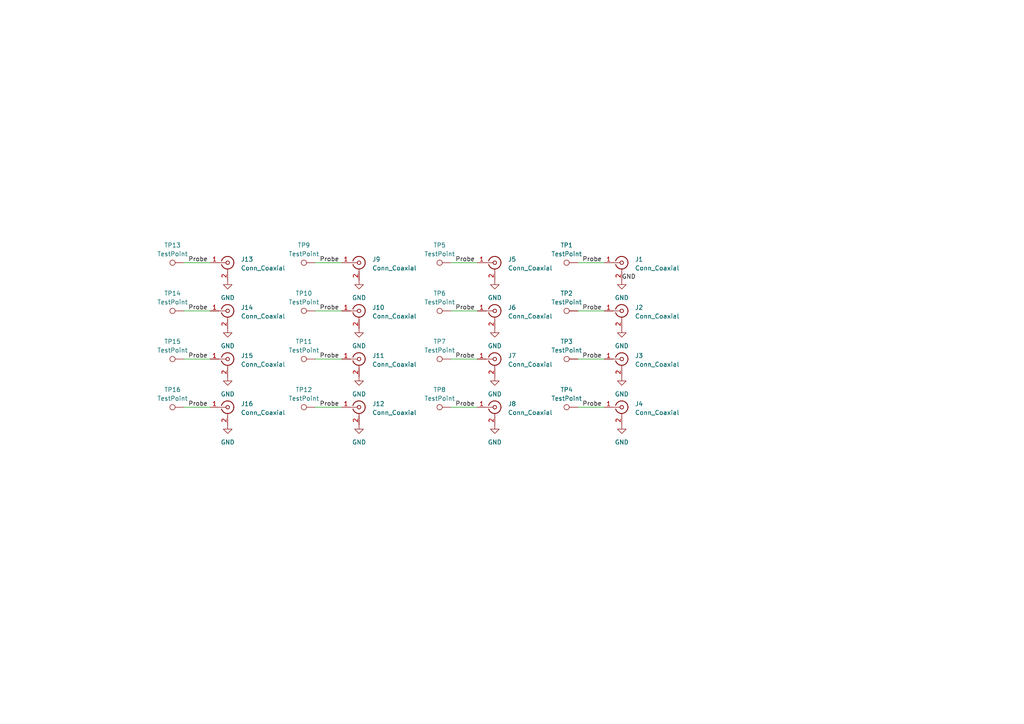
<source format=kicad_sch>
(kicad_sch (version 20230121) (generator eeschema)
  (paper "A4")
  (lib_symbols
    (symbol "Connector:Conn_Coaxial" (pin_names (offset 1.016) hide)
      (property "Reference" "J" (at 0.254 3.048 0))
      (property "Value" "Conn_Coaxial" (at 2.921 0 90))
      (symbol "Conn_Coaxial_0_1"
        (arc (start -1.778 -0.508) (mid 0.2311 -1.8066) (end 1.778 0) (stroke (width 0.254)))
        (polyline (pts (xy -2.54 0) (xy -0.508 0)))
        (polyline (pts (xy 0 -2.54) (xy 0 -1.778)))
        (circle (center 0 0) (radius 0.508) (stroke (width 0.2032)))
        (arc (start 1.778 0) (mid 0.2099 1.8101) (end -1.778 0.508) (stroke (width 0.254)))
      )
      (symbol "Conn_Coaxial_1_1"
        (pin passive line (at -5.08 0 0) (length 2.54) (name "In") (number "1"))
        (pin passive line (at 0 -5.08 90) (length 2.54) (name "Ext") (number "2"))
      )
    )
    (symbol "Connector:TestPoint" (pin_numbers hide) (pin_names (offset 0.762) hide)
      (property "Reference" "TP" (at 0 6.858 0))
      (property "Value" "TestPoint" (at 0 5.08 0))
      (symbol "TestPoint_0_1"
        (circle (center 0 3.302) (radius 0.762))
      )
      (symbol "TestPoint_1_1"
        (pin passive line (at 0 0 90) (length 2.54) (name "1") (number "1"))
      )
    )
    (symbol "power:GND" (power) (pin_names (offset 0))
      (property "Value" "GND" (at 0 -3.81 0))
      (symbol "GND_0_1"
        (polyline (pts (xy 0 0) (xy 0 -1.27) (xy 1.27 -1.27) (xy 0 -2.54) (xy -1.27 -1.27) (xy 0 -1.27)))
      )
      (symbol "GND_1_1"
        (pin power_in line (at 0 0 270) (length 0) hide (name "GND") (number "1"))
      )
    )
  )
  (wire (pts (xy 130.81 90.17) (xy 138.43 90.17)))
  (wire (pts (xy 53.34 90.17) (xy 60.96 90.17)))
  (wire (pts (xy 167.64 118.11) (xy 175.26 118.11)))
  (wire (pts (xy 53.34 118.11) (xy 60.96 118.11)))
  (wire (pts (xy 167.64 104.14) (xy 175.26 104.14)))
  (wire (pts (xy 167.64 76.2) (xy 175.26 76.2)))
  (wire (pts (xy 91.44 90.17) (xy 99.06 90.17)))
  (wire (pts (xy 91.44 104.14) (xy 99.06 104.14)))
  (wire (pts (xy 91.44 118.11) (xy 99.06 118.11)))
  (wire (pts (xy 53.34 104.14) (xy 60.96 104.14)))
  (wire (pts (xy 53.34 76.2) (xy 60.96 76.2)))
  (wire (pts (xy 130.81 76.2) (xy 138.43 76.2)))
  (wire (pts (xy 130.81 118.11) (xy 138.43 118.11)))
  (wire (pts (xy 130.81 104.14) (xy 138.43 104.14)))
  (wire (pts (xy 91.44 76.2) (xy 99.06 76.2)))
  (wire (pts (xy 167.64 90.17) (xy 175.26 90.17)))
  (label "Probe" (at 92.71 76.2 0))
  (label "Probe" (at 54.61 104.14 0))
  (label "Probe" (at 132.08 118.11 0))
  (label "Probe" (at 92.71 104.14 0))
  (label "GND" (at 180.34 81.28 0))
  (label "Probe" (at 54.61 90.17 0))
  (label "Probe" (at 168.91 118.11 0))
  (label "Probe" (at 54.61 76.2 0))
  (label "Probe" (at 92.71 118.11 0))
  (label "Probe" (at 168.91 90.17 0))
  (label "Probe" (at 132.08 104.14 0))
  (label "Probe" (at 132.08 90.17 0))
  (label "Probe" (at 168.91 104.14 0))
  (label "Probe" (at 54.61 118.11 0))
  (label "Probe" (at 92.71 90.17 0))
  (label "Probe" (at 132.08 76.2 0))
  (label "Probe" (at 168.91 76.2 0))
  (symbol (lib_id "Connector:TestPoint") (at 167.64 90.17 90) (unit 1)
    (property "Reference" "TP2" (at 164.338 85.09 90))
    (property "Value" "TestPoint" (at 164.338 87.63 90))
  )
  (symbol (lib_id "power:GND") (at 66.04 109.22 0) (unit 1)
    (property "Reference" "#PWR015" (effects hide))
    (property "Value" "GND" (at 66.04 114.3 0))
  )
  (symbol (lib_id "Connector:TestPoint") (at 130.81 90.17 90) (unit 1)
    (property "Reference" "TP6" (at 127.508 85.09 90))
    (property "Value" "TestPoint" (at 127.508 87.63 90))
  )
  (symbol (lib_id "Connector:TestPoint") (at 53.34 118.11 90) (unit 1)
    (property "Reference" "TP16" (at 50.038 113.03 90))
    (property "Value" "TestPoint" (at 50.038 115.57 90))
  )
  (symbol (lib_id "power:GND") (at 180.34 95.25 0) (unit 1)
    (property "Reference" "#PWR02" (effects hide))
    (property "Value" "GND" (at 180.34 100.33 0))
  )
  (symbol (lib_id "power:GND") (at 143.51 95.25 0) (unit 1)
    (property "Reference" "#PWR06" (effects hide))
    (property "Value" "GND" (at 143.51 100.33 0))
  )
  (symbol (lib_id "Connector:TestPoint") (at 167.64 104.14 90) (unit 1)
    (property "Reference" "TP3" (at 164.338 99.06 90))
    (property "Value" "TestPoint" (at 164.338 101.6 90))
  )
  (symbol (lib_id "Connector:Conn_Coaxial") (at 104.14 118.11 0) (unit 1)
    (property "Reference" "J12" (at 107.95 117.1332 0) (effects (justify left)))
    (property "Value" "Conn_Coaxial" (at 107.95 119.6732 0) (effects (justify left)))
    (property "Footprint" "Connector_Coaxial:SMA_Molex_73251-1153_EdgeMount_Horizontal" (effects hide))
    (property "Datasheet" " ~" (effects hide))
  )
  (symbol (lib_id "power:GND") (at 143.51 81.28 0) (unit 1)
    (property "Reference" "#PWR05" (effects hide))
    (property "Value" "GND" (at 143.51 86.36 0))
  )
  (symbol (lib_id "Connector:TestPoint") (at 53.34 90.17 90) (unit 1)
    (property "Reference" "TP14" (at 50.038 85.09 90))
    (property "Value" "TestPoint" (at 50.038 87.63 90))
  )
  (symbol (lib_id "power:GND") (at 143.51 109.22 0) (unit 1)
    (property "Reference" "#PWR07" (effects hide))
    (property "Value" "GND" (at 143.51 114.3 0))
  )
  (symbol (lib_id "Connector:Conn_Coaxial") (at 104.14 76.2 0) (unit 1)
    (property "Reference" "J9" (at 107.95 75.2232 0) (effects (justify left)))
    (property "Value" "Conn_Coaxial" (at 107.95 77.7632 0) (effects (justify left)))
    (property "Footprint" "Connector_Coaxial:SMA_Molex_73251-1153_EdgeMount_Horizontal" (effects hide))
    (property "Datasheet" " ~" (effects hide))
  )
  (symbol (lib_id "Connector:Conn_Coaxial") (at 104.14 104.14 0) (unit 1)
    (property "Reference" "J11" (at 107.95 103.1632 0) (effects (justify left)))
    (property "Value" "Conn_Coaxial" (at 107.95 105.7032 0) (effects (justify left)))
    (property "Footprint" "Connector_Coaxial:SMA_Molex_73251-1153_EdgeMount_Horizontal" (effects hide))
    (property "Datasheet" " ~" (effects hide))
  )
  (symbol (lib_id "Connector:TestPoint") (at 167.64 76.2 90) (unit 1)
    (property "Reference" "TP1" (at 164.338 71.12 90))
    (property "Value" "TestPoint" (at 164.338 73.66 90))
  )
  (symbol (lib_id "Connector:Conn_Coaxial") (at 143.51 104.14 0) (unit 1)
    (property "Reference" "J7" (at 147.32 103.1632 0) (effects (justify left)))
    (property "Value" "Conn_Coaxial" (at 147.32 105.7032 0) (effects (justify left)))
    (property "Footprint" "Connector_Coaxial:SMA_Molex_73251-1153_EdgeMount_Horizontal" (effects hide))
    (property "Datasheet" " ~" (effects hide))
  )
  (symbol (lib_id "power:GND") (at 104.14 81.28 0) (unit 1)
    (property "Reference" "#PWR09" (effects hide))
    (property "Value" "GND" (at 104.14 86.36 0))
  )
  (symbol (lib_id "power:GND") (at 66.04 123.19 0) (unit 1)
    (property "Reference" "#PWR016" (effects hide))
    (property "Value" "GND" (at 66.04 128.27 0))
  )
  (symbol (lib_id "Connector:Conn_Coaxial") (at 180.34 76.2 0) (unit 1)
    (property "Reference" "J1" (at 184.15 75.2232 0) (effects (justify left)))
    (property "Value" "Conn_Coaxial" (at 184.15 77.7632 0) (effects (justify left)))
    (property "Footprint" "Connector_Coaxial:SMA_Molex_73251-1153_EdgeMount_Horizontal" (effects hide))
    (property "Datasheet" " ~" (effects hide))
  )
  (symbol (lib_id "Connector:Conn_Coaxial") (at 104.14 90.17 0) (unit 1)
    (property "Reference" "J10" (at 107.95 89.1932 0) (effects (justify left)))
    (property "Value" "Conn_Coaxial" (at 107.95 91.7332 0) (effects (justify left)))
    (property "Footprint" "Connector_Coaxial:SMA_Molex_73251-1153_EdgeMount_Horizontal" (effects hide))
    (property "Datasheet" " ~" (effects hide))
  )
  (symbol (lib_id "power:GND") (at 66.04 81.28 0) (unit 1)
    (property "Reference" "#PWR013" (effects hide))
    (property "Value" "GND" (at 66.04 86.36 0))
  )
  (symbol (lib_id "power:GND") (at 180.34 109.22 0) (unit 1)
    (property "Reference" "#PWR03" (effects hide))
    (property "Value" "GND" (at 180.34 114.3 0))
  )
  (symbol (lib_id "Connector:TestPoint") (at 130.81 118.11 90) (unit 1)
    (property "Reference" "TP8" (at 127.508 113.03 90))
    (property "Value" "TestPoint" (at 127.508 115.57 90))
  )
  (symbol (lib_id "Connector:Conn_Coaxial") (at 66.04 90.17 0) (unit 1)
    (property "Reference" "J14" (at 69.85 89.1932 0) (effects (justify left)))
    (property "Value" "Conn_Coaxial" (at 69.85 91.7332 0) (effects (justify left)))
    (property "Footprint" "Connector_Coaxial:SMA_Molex_73251-1153_EdgeMount_Horizontal" (effects hide))
    (property "Datasheet" " ~" (effects hide))
  )
  (symbol (lib_id "Connector:Conn_Coaxial") (at 66.04 118.11 0) (unit 1)
    (property "Reference" "J16" (at 69.85 117.1332 0) (effects (justify left)))
    (property "Value" "Conn_Coaxial" (at 69.85 119.6732 0) (effects (justify left)))
    (property "Footprint" "Connector_Coaxial:SMA_Molex_73251-1153_EdgeMount_Horizontal" (effects hide))
    (property "Datasheet" " ~" (effects hide))
  )
  (symbol (lib_id "power:GND") (at 180.34 81.28 0) (unit 1)
    (property "Reference" "#PWR01" (effects hide))
    (property "Value" "GND" (at 180.34 86.36 0))
  )
  (symbol (lib_id "power:GND") (at 66.04 95.25 0) (unit 1)
    (property "Reference" "#PWR014" (effects hide))
    (property "Value" "GND" (at 66.04 100.33 0))
  )
  (symbol (lib_id "Connector:TestPoint") (at 53.34 104.14 90) (unit 1)
    (property "Reference" "TP15" (at 50.038 99.06 90))
    (property "Value" "TestPoint" (at 50.038 101.6 90))
  )
  (symbol (lib_id "Connector:TestPoint") (at 91.44 90.17 90) (unit 1)
    (property "Reference" "TP10" (at 88.138 85.09 90))
    (property "Value" "TestPoint" (at 88.138 87.63 90))
  )
  (symbol (lib_id "Connector:Conn_Coaxial") (at 143.51 118.11 0) (unit 1)
    (property "Reference" "J8" (at 147.32 117.1332 0) (effects (justify left)))
    (property "Value" "Conn_Coaxial" (at 147.32 119.6732 0) (effects (justify left)))
    (property "Footprint" "Connector_Coaxial:SMA_Molex_73251-1153_EdgeMount_Horizontal" (effects hide))
    (property "Datasheet" " ~" (effects hide))
  )
  (symbol (lib_id "power:GND") (at 104.14 95.25 0) (unit 1)
    (property "Reference" "#PWR010" (effects hide))
    (property "Value" "GND" (at 104.14 100.33 0))
  )
  (symbol (lib_id "Connector:TestPoint") (at 91.44 76.2 90) (unit 1)
    (property "Reference" "TP9" (at 88.138 71.12 90))
    (property "Value" "TestPoint" (at 88.138 73.66 90))
  )
  (symbol (lib_id "power:GND") (at 104.14 123.19 0) (unit 1)
    (property "Reference" "#PWR012" (effects hide))
    (property "Value" "GND" (at 104.14 128.27 0))
  )
  (symbol (lib_id "power:GND") (at 180.34 123.19 0) (unit 1)
    (property "Reference" "#PWR04" (effects hide))
    (property "Value" "GND" (at 180.34 128.27 0))
  )
  (symbol (lib_id "Connector:TestPoint") (at 130.81 104.14 90) (unit 1)
    (property "Reference" "TP7" (at 127.508 99.06 90))
    (property "Value" "TestPoint" (at 127.508 101.6 90))
  )
  (symbol (lib_id "Connector:Conn_Coaxial") (at 66.04 76.2 0) (unit 1)
    (property "Reference" "J13" (at 69.85 75.2232 0) (effects (justify left)))
    (property "Value" "Conn_Coaxial" (at 69.85 77.7632 0) (effects (justify left)))
    (property "Footprint" "Connector_Coaxial:SMA_Molex_73251-1153_EdgeMount_Horizontal" (effects hide))
    (property "Datasheet" " ~" (effects hide))
  )
  (symbol (lib_id "power:GND") (at 104.14 109.22 0) (unit 1)
    (property "Reference" "#PWR011" (effects hide))
    (property "Value" "GND" (at 104.14 114.3 0))
  )
  (symbol (lib_id "Connector:Conn_Coaxial") (at 180.34 118.11 0) (unit 1)
    (property "Reference" "J4" (at 184.15 117.1332 0) (effects (justify left)))
    (property "Value" "Conn_Coaxial" (at 184.15 119.6732 0) (effects (justify left)))
    (property "Footprint" "Connector_Coaxial:SMA_Molex_73251-1153_EdgeMount_Horizontal" (effects hide))
    (property "Datasheet" " ~" (effects hide))
  )
  (symbol (lib_id "Connector:Conn_Coaxial") (at 143.51 76.2 0) (unit 1)
    (property "Reference" "J5" (at 147.32 75.2232 0) (effects (justify left)))
    (property "Value" "Conn_Coaxial" (at 147.32 77.7632 0) (effects (justify left)))
    (property "Footprint" "Connector_Coaxial:SMA_Molex_73251-1153_EdgeMount_Horizontal" (effects hide))
    (property "Datasheet" " ~" (effects hide))
  )
  (symbol (lib_id "Connector:TestPoint") (at 91.44 118.11 90) (unit 1)
    (property "Reference" "TP12" (at 88.138 113.03 90))
    (property "Value" "TestPoint" (at 88.138 115.57 90))
  )
  (symbol (lib_id "Connector:TestPoint") (at 91.44 104.14 90) (unit 1)
    (property "Reference" "TP11" (at 88.138 99.06 90))
    (property "Value" "TestPoint" (at 88.138 101.6 90))
  )
  (symbol (lib_id "Connector:Conn_Coaxial") (at 180.34 104.14 0) (unit 1)
    (property "Reference" "J3" (at 184.15 103.1632 0) (effects (justify left)))
    (property "Value" "Conn_Coaxial" (at 184.15 105.7032 0) (effects (justify left)))
    (property "Footprint" "Connector_Coaxial:SMA_Molex_73251-1153_EdgeMount_Horizontal" (effects hide))
    (property "Datasheet" " ~" (effects hide))
  )
  (symbol (lib_id "Connector:TestPoint") (at 53.34 76.2 90) (unit 1)
    (property "Reference" "TP13" (at 50.038 71.12 90))
    (property "Value" "TestPoint" (at 50.038 73.66 90))
  )
  (symbol (lib_id "Connector:Conn_Coaxial") (at 143.51 90.17 0) (unit 1)
    (property "Reference" "J6" (at 147.32 89.1932 0) (effects (justify left)))
    (property "Value" "Conn_Coaxial" (at 147.32 91.7332 0) (effects (justify left)))
    (property "Footprint" "Connector_Coaxial:SMA_Molex_73251-1153_EdgeMount_Horizontal" (effects hide))
    (property "Datasheet" " ~" (effects hide))
  )
  (symbol (lib_id "Connector:TestPoint") (at 167.64 118.11 90) (unit 1)
    (property "Reference" "TP4" (at 164.338 113.03 90))
    (property "Value" "TestPoint" (at 164.338 115.57 90))
  )
  (symbol (lib_id "Connector:TestPoint") (at 130.81 76.2 90) (unit 1)
    (property "Reference" "TP5" (at 127.508 71.12 90))
    (property "Value" "TestPoint" (at 127.508 73.66 90))
  )
  (symbol (lib_id "Connector:Conn_Coaxial") (at 66.04 104.14 0) (unit 1)
    (property "Reference" "J15" (at 69.85 103.1632 0) (effects (justify left)))
    (property "Value" "Conn_Coaxial" (at 69.85 105.7032 0) (effects (justify left)))
    (property "Footprint" "Connector_Coaxial:SMA_Molex_73251-1153_EdgeMount_Horizontal" (effects hide))
    (property "Datasheet" " ~" (effects hide))
  )
  (symbol (lib_id "power:GND") (at 143.51 123.19 0) (unit 1)
    (property "Reference" "#PWR08" (effects hide))
    (property "Value" "GND" (at 143.51 128.27 0))
  )
  (symbol (lib_id "Connector:Conn_Coaxial") (at 180.34 90.17 0) (unit 1)
    (property "Reference" "J2" (at 184.15 89.1932 0) (effects (justify left)))
    (property "Value" "Conn_Coaxial" (at 184.15 91.7332 0) (effects (justify left)))
    (property "Footprint" "Connector_Coaxial:SMA_Molex_73251-1153_EdgeMount_Horizontal" (effects hide))
    (property "Datasheet" " ~" (effects hide))
  )
)
</source>
